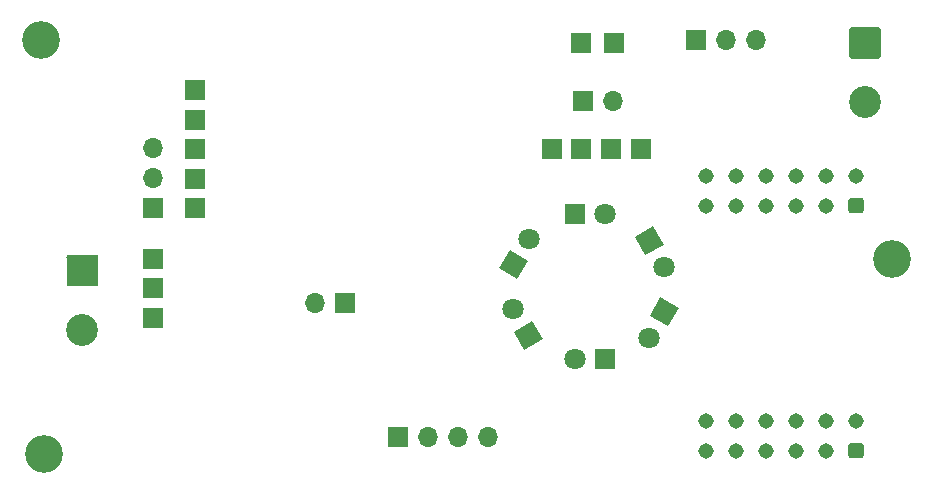
<source format=gbr>
%TF.GenerationSoftware,KiCad,Pcbnew,5.1.8-db9833491~87~ubuntu18.04.1*%
%TF.CreationDate,2020-11-20T12:07:17+01:00*%
%TF.ProjectId,esp32_gateway,65737033-325f-4676-9174-657761792e6b,rev?*%
%TF.SameCoordinates,Original*%
%TF.FileFunction,Soldermask,Bot*%
%TF.FilePolarity,Negative*%
%FSLAX46Y46*%
G04 Gerber Fmt 4.6, Leading zero omitted, Abs format (unit mm)*
G04 Created by KiCad (PCBNEW 5.1.8-db9833491~87~ubuntu18.04.1) date 2020-11-20 12:07:17*
%MOMM*%
%LPD*%
G01*
G04 APERTURE LIST*
%ADD10C,1.310000*%
%ADD11O,1.700000X1.700000*%
%ADD12R,1.700000X1.700000*%
%ADD13C,3.200000*%
%ADD14C,2.700000*%
%ADD15C,1.800000*%
%ADD16C,0.100000*%
%ADD17R,1.800000X1.800000*%
G04 APERTURE END LIST*
D10*
%TO.C,J21*%
X134800000Y-85460000D03*
X137340000Y-85460000D03*
X139880000Y-85460000D03*
X142420000Y-85460000D03*
X144960000Y-85460000D03*
X147500000Y-85460000D03*
X134800000Y-88000000D03*
X137340000Y-88000000D03*
X139880000Y-88000000D03*
X142420000Y-88000000D03*
X144960000Y-88000000D03*
G36*
G01*
X148155000Y-87595000D02*
X148155000Y-88405000D01*
G75*
G02*
X147905000Y-88655000I-250000J0D01*
G01*
X147095000Y-88655000D01*
G75*
G02*
X146845000Y-88405000I0J250000D01*
G01*
X146845000Y-87595000D01*
G75*
G02*
X147095000Y-87345000I250000J0D01*
G01*
X147905000Y-87345000D01*
G75*
G02*
X148155000Y-87595000I0J-250000D01*
G01*
G37*
%TD*%
%TO.C,J20*%
X134800000Y-106210000D03*
X137340000Y-106210000D03*
X139880000Y-106210000D03*
X142420000Y-106210000D03*
X144960000Y-106210000D03*
X147500000Y-106210000D03*
X134800000Y-108750000D03*
X137340000Y-108750000D03*
X139880000Y-108750000D03*
X142420000Y-108750000D03*
X144960000Y-108750000D03*
G36*
G01*
X148155000Y-108345000D02*
X148155000Y-109155000D01*
G75*
G02*
X147905000Y-109405000I-250000J0D01*
G01*
X147095000Y-109405000D01*
G75*
G02*
X146845000Y-109155000I0J250000D01*
G01*
X146845000Y-108345000D01*
G75*
G02*
X147095000Y-108095000I250000J0D01*
G01*
X147905000Y-108095000D01*
G75*
G02*
X148155000Y-108345000I0J-250000D01*
G01*
G37*
%TD*%
D11*
%TO.C,J6*%
X101710000Y-96250000D03*
D12*
X104250000Y-96250000D03*
%TD*%
D13*
%TO.C,REF\u002A\u002A*%
X78500000Y-74000000D03*
%TD*%
%TO.C,REF\u002A\u002A*%
X78750000Y-109000000D03*
%TD*%
%TO.C,REF\u002A\u002A*%
X150500000Y-92500000D03*
%TD*%
D11*
%TO.C,J8*%
X116306600Y-107579160D03*
X113766600Y-107579160D03*
X111226600Y-107579160D03*
D12*
X108686600Y-107579160D03*
%TD*%
D11*
%TO.C,J10*%
X88000000Y-83170000D03*
X88000000Y-85710000D03*
D12*
X88000000Y-88250000D03*
%TD*%
D14*
%TO.C,J2*%
X148250000Y-79250000D03*
G36*
G01*
X147150001Y-72900000D02*
X149349999Y-72900000D01*
G75*
G02*
X149600000Y-73150001I0J-250001D01*
G01*
X149600000Y-75349999D01*
G75*
G02*
X149349999Y-75600000I-250001J0D01*
G01*
X147150001Y-75600000D01*
G75*
G02*
X146900000Y-75349999I0J250001D01*
G01*
X146900000Y-73150001D01*
G75*
G02*
X147150001Y-72900000I250001J0D01*
G01*
G37*
%TD*%
%TO.C,J1*%
X82000000Y-98500000D03*
G36*
G01*
X80900001Y-92150000D02*
X83099999Y-92150000D01*
G75*
G02*
X83350000Y-92400001I0J-250001D01*
G01*
X83350000Y-94599999D01*
G75*
G02*
X83099999Y-94850000I-250001J0D01*
G01*
X80900001Y-94850000D01*
G75*
G02*
X80650000Y-94599999I0J250001D01*
G01*
X80650000Y-92400001D01*
G75*
G02*
X80900001Y-92150000I250001J0D01*
G01*
G37*
%TD*%
D12*
%TO.C,J23*%
X124250000Y-74250000D03*
%TD*%
%TO.C,J22*%
X127005080Y-74250000D03*
%TD*%
%TO.C,J19*%
X88000000Y-95000000D03*
%TD*%
%TO.C,J18*%
X126750000Y-83250000D03*
%TD*%
%TO.C,J17*%
X91500000Y-88250000D03*
%TD*%
%TO.C,J16*%
X88000000Y-92500000D03*
%TD*%
%TO.C,J15*%
X91500000Y-85750000D03*
%TD*%
%TO.C,J14*%
X91500000Y-83250000D03*
%TD*%
%TO.C,J13*%
X91500000Y-80750000D03*
%TD*%
%TO.C,J12*%
X91500000Y-78250000D03*
%TD*%
%TO.C,J11*%
X88000000Y-97500000D03*
%TD*%
%TO.C,J9*%
X129250000Y-83250000D03*
%TD*%
D11*
%TO.C,J5*%
X126903480Y-79166720D03*
D12*
X124363480Y-79166720D03*
%TD*%
%TO.C,J4*%
X121750000Y-83250000D03*
%TD*%
%TO.C,J3*%
X124250000Y-83250000D03*
%TD*%
D15*
%TO.C,D8*%
X118480000Y-96800295D03*
D16*
G36*
X120979423Y-99329423D02*
G01*
X119420577Y-100229423D01*
X118520577Y-98670577D01*
X120079423Y-97770577D01*
X120979423Y-99329423D01*
G37*
%TD*%
D15*
%TO.C,D7*%
X123710000Y-101000000D03*
D17*
X126250000Y-101000000D03*
%TD*%
D15*
%TO.C,D6*%
X126250000Y-88750000D03*
D17*
X123710000Y-88750000D03*
%TD*%
D15*
%TO.C,D5*%
X119770000Y-90800295D03*
D16*
G36*
X118829423Y-94229423D02*
G01*
X117270577Y-93329423D01*
X118170577Y-91770577D01*
X119729423Y-92670577D01*
X118829423Y-94229423D01*
G37*
%TD*%
D15*
%TO.C,D4*%
X131270000Y-93199705D03*
D16*
G36*
X128770577Y-90670577D02*
G01*
X130329423Y-89770577D01*
X131229423Y-91329423D01*
X129670577Y-92229423D01*
X128770577Y-90670577D01*
G37*
%TD*%
D15*
%TO.C,D3*%
X129980000Y-99199705D03*
D16*
G36*
X130920577Y-95770577D02*
G01*
X132479423Y-96670577D01*
X131579423Y-98229423D01*
X130020577Y-97329423D01*
X130920577Y-95770577D01*
G37*
%TD*%
D12*
%TO.C,J7*%
X133920000Y-74000000D03*
D11*
X136460000Y-74000000D03*
X139000000Y-74000000D03*
%TD*%
M02*

</source>
